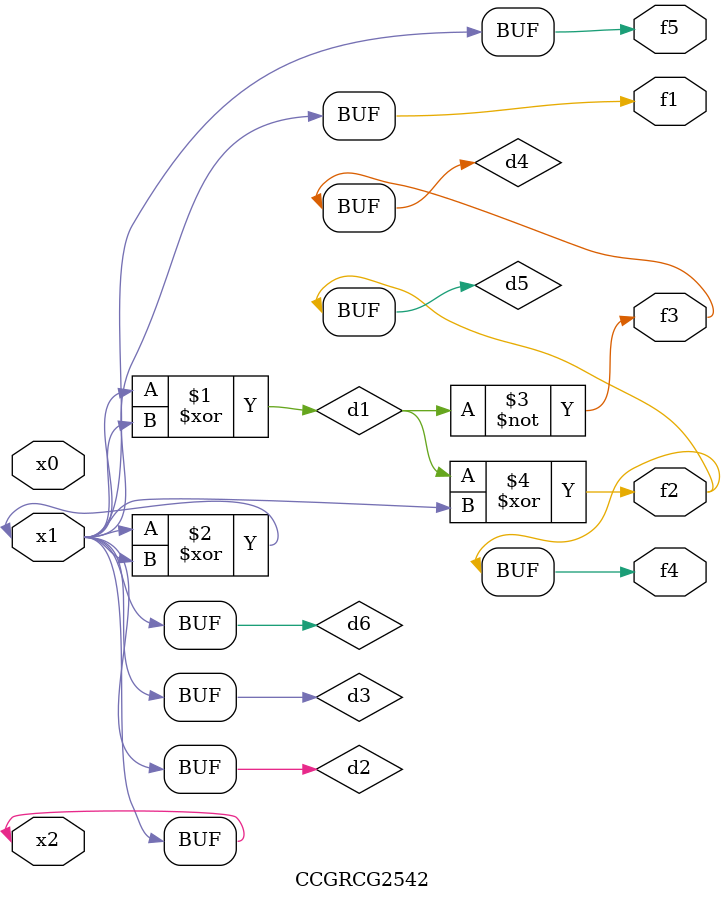
<source format=v>
module CCGRCG2542(
	input x0, x1, x2,
	output f1, f2, f3, f4, f5
);

	wire d1, d2, d3, d4, d5, d6;

	xor (d1, x1, x2);
	buf (d2, x1, x2);
	xor (d3, x1, x2);
	nor (d4, d1);
	xor (d5, d1, d2);
	buf (d6, d2, d3);
	assign f1 = d6;
	assign f2 = d5;
	assign f3 = d4;
	assign f4 = d5;
	assign f5 = d6;
endmodule

</source>
